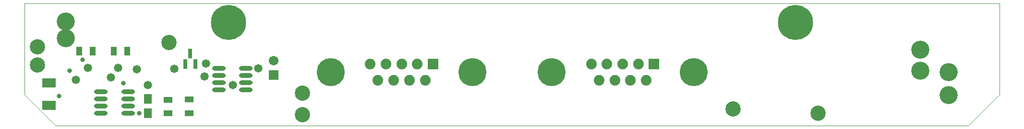
<source format=gts>
%FSLAX25Y25*%
%MOIN*%
G70*
G01*
G75*
G04 Layer_Color=8388736*
%ADD10O,0.08661X0.02362*%
%ADD11R,0.03543X0.05118*%
%ADD12R,0.02362X0.05512*%
%ADD13R,0.05118X0.03543*%
%ADD14R,0.04921X0.05906*%
%ADD15R,0.02362X0.05906*%
%ADD16C,0.00100*%
%ADD17C,0.01000*%
%ADD18C,0.07874*%
%ADD19C,0.06500*%
%ADD20C,0.00098*%
%ADD21C,0.18740*%
%ADD22R,0.06654X0.06654*%
%ADD23C,0.06654*%
%ADD24C,0.09843*%
%ADD25R,0.05906X0.05906*%
%ADD26C,0.05906*%
%ADD27C,0.23622*%
%ADD28C,0.11811*%
%ADD29C,0.02362*%
%ADD30C,0.05000*%
%ADD31C,0.00984*%
%ADD32C,0.02362*%
%ADD33C,0.00787*%
%ADD34C,0.00591*%
%ADD35O,0.09461X0.03162*%
%ADD36R,0.04343X0.05918*%
%ADD37R,0.05918X0.04343*%
%ADD38R,0.05721X0.06706*%
%ADD39R,0.03162X0.06706*%
%ADD40C,0.19540*%
%ADD41R,0.07453X0.07453*%
%ADD42C,0.07453*%
%ADD43C,0.10642*%
%ADD44R,0.06706X0.06706*%
%ADD45C,0.06706*%
%ADD46C,0.24422*%
%ADD47C,0.12611*%
%ADD48C,0.03162*%
%ADD49C,0.05800*%
G36*
X108268Y21850D02*
X98819D01*
Y28150D01*
X108268D01*
Y21850D01*
D02*
G37*
G36*
X108366Y37500D02*
X98917D01*
Y43799D01*
X108366D01*
Y37500D01*
D02*
G37*
D16*
X188976Y10827D02*
X661417D01*
X763779Y32480D02*
Y96457D01*
X742126Y10827D02*
X763779Y32480D01*
X108268Y10827D02*
X742126D01*
X86614Y32480D02*
X108268Y10827D01*
X86614Y96457D02*
X763779D01*
D20*
X86614Y32480D02*
Y96457D01*
D35*
X240425Y35953D02*
D03*
Y40953D02*
D03*
Y45953D02*
D03*
Y50953D02*
D03*
X221528Y35953D02*
D03*
Y40953D02*
D03*
Y45953D02*
D03*
Y50953D02*
D03*
X139748Y34587D02*
D03*
Y29587D02*
D03*
Y24587D02*
D03*
Y19587D02*
D03*
X158646Y34587D02*
D03*
Y29587D02*
D03*
Y24587D02*
D03*
Y19587D02*
D03*
D36*
X148524Y62894D02*
D03*
X157972D02*
D03*
X134055Y62992D02*
D03*
X124606D02*
D03*
D37*
X200984Y19685D02*
D03*
Y29134D02*
D03*
X186417Y19587D02*
D03*
Y29035D02*
D03*
D38*
X172197Y29508D02*
D03*
Y19665D02*
D03*
D39*
X201772Y61224D02*
D03*
X205276Y53937D02*
D03*
X198268D02*
D03*
D40*
X452783Y48228D02*
D03*
X551169D02*
D03*
X299284D02*
D03*
X397669D02*
D03*
D41*
X523787Y53819D02*
D03*
X370287D02*
D03*
D42*
X518335Y42638D02*
D03*
X512882Y53819D02*
D03*
X507429Y42638D02*
D03*
X501976Y53819D02*
D03*
X496524Y42638D02*
D03*
X491071Y53819D02*
D03*
X485618Y42638D02*
D03*
X480165Y53819D02*
D03*
X364835Y42638D02*
D03*
X359382Y53819D02*
D03*
X353929Y42638D02*
D03*
X348476Y53819D02*
D03*
X343024Y42638D02*
D03*
X337571Y53819D02*
D03*
X332118Y42638D02*
D03*
X326665Y53819D02*
D03*
D43*
X578740Y22638D02*
D03*
X95472Y53150D02*
D03*
X279528Y18701D02*
D03*
Y33465D02*
D03*
X187008Y68898D02*
D03*
X95472Y65945D02*
D03*
X637795Y19685D02*
D03*
D44*
X259476Y46327D02*
D03*
D45*
Y56327D02*
D03*
D46*
X622047Y82874D02*
D03*
X228346D02*
D03*
D47*
X728346Y32283D02*
D03*
X115157Y83661D02*
D03*
Y71850D02*
D03*
X728346Y48228D02*
D03*
X708661Y49213D02*
D03*
Y63976D02*
D03*
D48*
X118110Y49213D02*
D03*
X166339Y19685D02*
D03*
X155372Y40494D02*
D03*
X126969Y57087D02*
D03*
X110630Y31496D02*
D03*
D49*
X122244Y42913D02*
D03*
X190748Y50787D02*
D03*
X164764Y50394D02*
D03*
X151772Y51181D02*
D03*
X130512D02*
D03*
X212795Y54331D02*
D03*
X146653Y44488D02*
D03*
X231299Y39370D02*
D03*
X249016Y50953D02*
D03*
X172244Y39370D02*
D03*
X211614Y45276D02*
D03*
M02*

</source>
